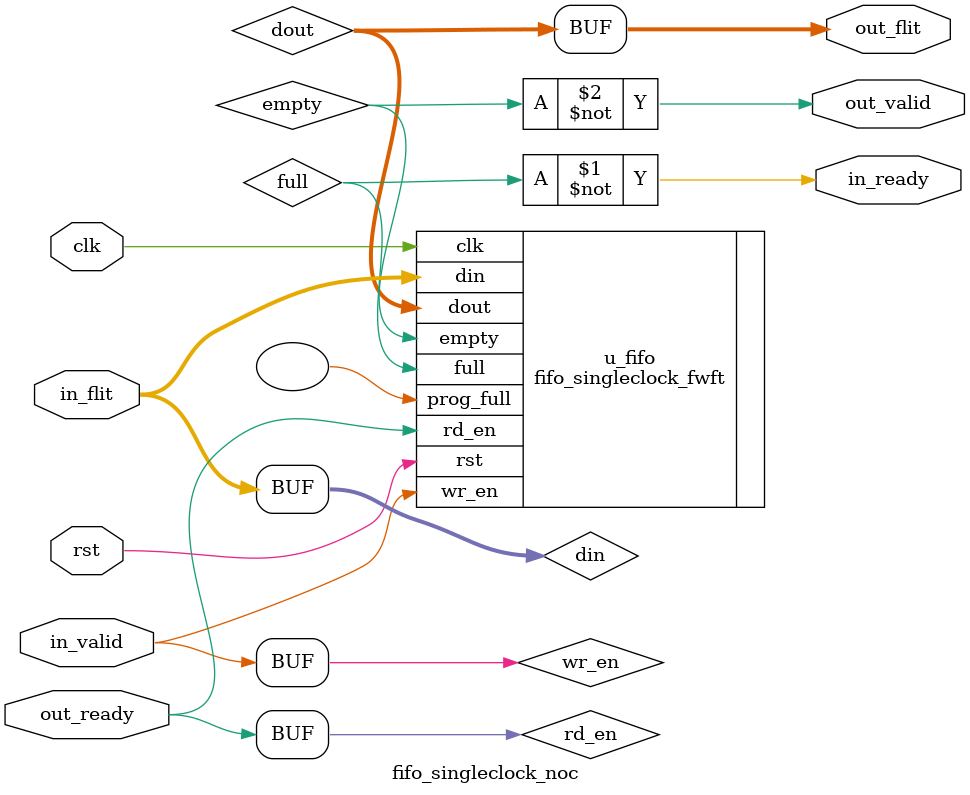
<source format=sv>

module fifo_singleclock_noc #(
  parameter WIDTH = 34,
  parameter DEPTH = 16
) (
  input clk,
  input rst,

  // FIFO input side
  input  [WIDTH-1:0] in_flit,
  input              in_valid,
  output             in_ready,

  // FIFO output side
  output [WIDTH-1:0] out_flit,
  output             out_valid,
  input              out_ready
);


  wire [(WIDTH-1):0] din;
  wire               wr_en;
  wire               full;

  wire [(WIDTH-1):0] dout;
  wire               rd_en;
  wire               empty;

  // Synchronous FWFT FIFO
  fifo_singleclock_fwft #(
    .WIDTH(WIDTH),
    .DEPTH(DEPTH)
  ) u_fifo (
    .clk(clk),
    .rst(rst),

    .din      (din),
    .wr_en    (wr_en),
    .full     (full),
    .prog_full(),       // unused

    .dout (dout),
    .rd_en(rd_en),
    .empty(empty)
  );

  // map wire names from NoC naming to normal FIFO naming
  assign din       = in_flit;
  assign wr_en     = in_valid;
  assign in_ready  = ~full;

  assign out_flit  = dout;
  assign out_valid = ~empty;
  assign rd_en     = out_ready;

endmodule

</source>
